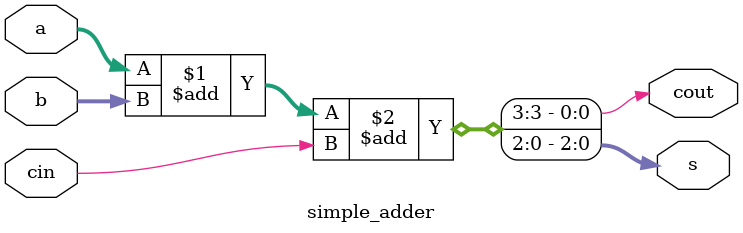
<source format=v>
module simple_adder (a,b,cin,s,cout);
    input [2:0] a,b;
    output [2:0] s;
    input cin;
    output cout;

    assign {cout,s} = a+b+cin;
endmodule

</source>
